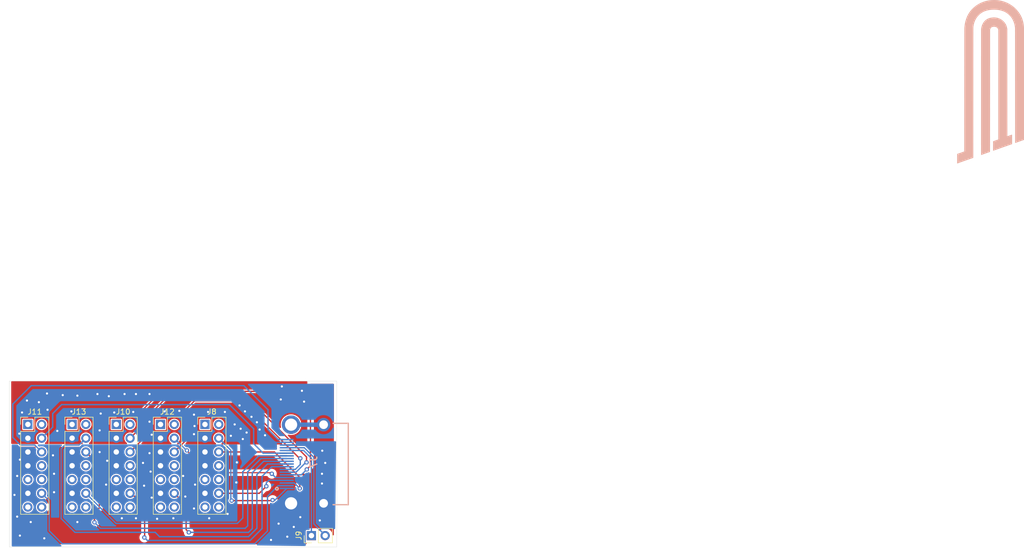
<source format=kicad_pcb>
(kicad_pcb (version 20211014) (generator pcbnew)
  (layers (0 "F.Cu" signal) (31 "B.Cu" signal) (34 "B.Paste" user) (35 "F.Paste" user) (36 "B.SilkS" user "B.Silkscreen") (37 "F.SilkS" user "F.Silkscreen") (38 "B.Mask" user) (39 "F.Mask" user) (44 "Edge.Cuts" user))
  (net 0 "")
  (net 1 "GND")
  (net 2 "+5V")
  (net 9 "/goldpin-hdmi/CAN-L")
  (net 10 "/goldpin-hdmi/SWD4")
  (net 11 "/goldpin-hdmi/CLK3")
  (net 12 "/goldpin-hdmi/SWD3")
  (net 13 "/goldpin-hdmi/CLK5")
  (net 14 "/goldpin-hdmi/SWD2")
  (net 15 "/goldpin-hdmi/RST1")
  (net 16 "/goldpin-hdmi/RST4")
  (net 17 "/goldpin-hdmi/CLK4")
  (net 18 "/goldpin-hdmi/CAN-H")
  (net 19 "/goldpin-hdmi/RST3")
  (net 20 "/goldpin-hdmi/RST5")
  (net 21 "/goldpin-hdmi/RST2")
  (net 22 "/goldpin-hdmi/CLK2")
  (net 23 "/goldpin-hdmi/SWD5")
  (net 24 "/goldpin-hdmi/CLK1")
  (net 25 "/goldpin-hdmi/SWD1")
  (footprint "Connector_PinHeader_2.54mm:PinHeader_2x07_P2.54mm_Vertical" (layer "F.Cu") (at 84.725 145)
    (fp_text reference "J8" (at 1.27 -2.33) (layer "F.SilkS"))
    (fp_text value "Conn_ST_STDC14")
    (pad "1" thru_hole rect locked (at 0 0) (size 1.7 1.7) (drill 1) (layers *.Cu *.Mask))
    (pad "2" thru_hole oval locked (at 2.54 0) (size 1.7 1.7) (drill 1) (layers *.Cu *.Mask))
    (pad "3" thru_hole oval locked (at 0 2.54) (size 1.7 1.7) (drill 1) (layers *.Cu *.Mask) (net 2 "+5V"))
    (pad "4" thru_hole oval locked (at 2.54 2.54) (size 1.7 1.7) (drill 1) (layers *.Cu *.Mask) (net 25 "/goldpin-hdmi/SWD1"))
    (pad "5" thru_hole oval locked (at 0 5.08) (size 1.7 1.7) (drill 1) (layers *.Cu *.Mask) (net 1 "GND"))
    (pad "6" thru_hole oval locked (at 2.54 5.08) (size 1.7 1.7) (drill 1) (layers *.Cu *.Mask) (net 24 "/goldpin-hdmi/CLK1"))
    (pad "7" thru_hole oval locked (at 0 7.62) (size 1.7 1.7) (drill 1) (layers *.Cu *.Mask) (net 1 "GND"))
    (pad "8" thru_hole oval locked (at 2.54 7.62) (size 1.7 1.7) (drill 1) (layers *.Cu *.Mask))
    (pad "9" thru_hole oval locked (at 0 10.16) (size 1.7 1.7) (drill 1) (layers *.Cu *.Mask))
    (pad "10" thru_hole oval locked (at 2.54 10.16) (size 1.7 1.7) (drill 1) (layers *.Cu *.Mask))
    (pad "11" thru_hole oval locked (at 0 12.7) (size 1.7 1.7) (drill 1) (layers *.Cu *.Mask) (net 1 "GND"))
    (pad "12" thru_hole oval locked (at 2.54 12.7) (size 1.7 1.7) (drill 1) (layers *.Cu *.Mask) (net 15 "/goldpin-hdmi/RST1"))
    (pad "13" thru_hole oval locked (at 0 15.24) (size 1.7 1.7) (drill 1) (layers *.Cu *.Mask))
    (pad "14" thru_hole oval locked (at 2.54 15.24) (size 1.7 1.7) (drill 1) (layers *.Cu *.Mask))
  )
  (footprint "Connector_PinHeader_2.54mm:PinHeader_1x02_P2.54mm_Vertical" (layer "F.Cu") (at 104.35 165.5 90)
    (fp_text reference "J9" (at 0 -2.33 90) (layer "F.SilkS"))
    (fp_text value "Conn_01x02")
    (pad "1" thru_hole rect locked (at 0 0 90) (size 1.7 1.7) (drill 1) (layers *.Cu *.Mask) (net 18 "/goldpin-hdmi/CAN-H"))
    (pad "2" thru_hole oval locked (at 0 2.54 90) (size 1.7 1.7) (drill 1) (layers *.Cu *.Mask) (net 9 "/goldpin-hdmi/CAN-L"))
  )
  (footprint "Connector_PinHeader_2.54mm:PinHeader_2x07_P2.54mm_Vertical" (layer "F.Cu") (at 68.375 145)
    (fp_text reference "J10" (at 1.27 -2.33) (layer "F.SilkS"))
    (fp_text value "Conn_ST_STDC14")
    (pad "1" thru_hole rect locked (at 0 0) (size 1.7 1.7) (drill 1) (layers *.Cu *.Mask))
    (pad "2" thru_hole oval locked (at 2.54 0) (size 1.7 1.7) (drill 1) (layers *.Cu *.Mask))
    (pad "3" thru_hole oval locked (at 0 2.54) (size 1.7 1.7) (drill 1) (layers *.Cu *.Mask) (net 2 "+5V"))
    (pad "4" thru_hole oval locked (at 2.54 2.54) (size 1.7 1.7) (drill 1) (layers *.Cu *.Mask) (net 14 "/goldpin-hdmi/SWD2"))
    (pad "5" thru_hole oval locked (at 0 5.08) (size 1.7 1.7) (drill 1) (layers *.Cu *.Mask) (net 1 "GND"))
    (pad "6" thru_hole oval locked (at 2.54 5.08) (size 1.7 1.7) (drill 1) (layers *.Cu *.Mask) (net 22 "/goldpin-hdmi/CLK2"))
    (pad "7" thru_hole oval locked (at 0 7.62) (size 1.7 1.7) (drill 1) (layers *.Cu *.Mask) (net 1 "GND"))
    (pad "8" thru_hole oval locked (at 2.54 7.62) (size 1.7 1.7) (drill 1) (layers *.Cu *.Mask))
    (pad "9" thru_hole oval locked (at 0 10.16) (size 1.7 1.7) (drill 1) (layers *.Cu *.Mask))
    (pad "10" thru_hole oval locked (at 2.54 10.16) (size 1.7 1.7) (drill 1) (layers *.Cu *.Mask))
    (pad "11" thru_hole oval locked (at 0 12.7) (size 1.7 1.7) (drill 1) (layers *.Cu *.Mask) (net 1 "GND"))
    (pad "12" thru_hole oval locked (at 2.54 12.7) (size 1.7 1.7) (drill 1) (layers *.Cu *.Mask) (net 21 "/goldpin-hdmi/RST2"))
    (pad "13" thru_hole oval locked (at 0 15.24) (size 1.7 1.7) (drill 1) (layers *.Cu *.Mask))
    (pad "14" thru_hole oval locked (at 2.54 15.24) (size 1.7 1.7) (drill 1) (layers *.Cu *.Mask))
  )
  (footprint "Connector_PinHeader_2.54mm:PinHeader_2x07_P2.54mm_Vertical" (layer "F.Cu") (at 52.075 145)
    (fp_text reference "J11" (at 1.27 -2.33) (layer "F.SilkS"))
    (fp_text value "Conn_ST_STDC14")
    (pad "1" thru_hole rect locked (at 0 0) (size 1.7 1.7) (drill 1) (layers *.Cu *.Mask))
    (pad "2" thru_hole oval locked (at 2.54 0) (size 1.7 1.7) (drill 1) (layers *.Cu *.Mask))
    (pad "3" thru_hole oval locked (at 0 2.54) (size 1.7 1.7) (drill 1) (layers *.Cu *.Mask) (net 2 "+5V"))
    (pad "4" thru_hole oval locked (at 2.54 2.54) (size 1.7 1.7) (drill 1) (layers *.Cu *.Mask) (net 10 "/goldpin-hdmi/SWD4"))
    (pad "5" thru_hole oval locked (at 0 5.08) (size 1.7 1.7) (drill 1) (layers *.Cu *.Mask) (net 1 "GND"))
    (pad "6" thru_hole oval locked (at 2.54 5.08) (size 1.7 1.7) (drill 1) (layers *.Cu *.Mask) (net 17 "/goldpin-hdmi/CLK4"))
    (pad "7" thru_hole oval locked (at 0 7.62) (size 1.7 1.7) (drill 1) (layers *.Cu *.Mask) (net 1 "GND"))
    (pad "8" thru_hole oval locked (at 2.54 7.62) (size 1.7 1.7) (drill 1) (layers *.Cu *.Mask))
    (pad "9" thru_hole oval locked (at 0 10.16) (size 1.7 1.7) (drill 1) (layers *.Cu *.Mask))
    (pad "10" thru_hole oval locked (at 2.54 10.16) (size 1.7 1.7) (drill 1) (layers *.Cu *.Mask))
    (pad "11" thru_hole oval locked (at 0 12.7) (size 1.7 1.7) (drill 1) (layers *.Cu *.Mask) (net 1 "GND"))
    (pad "12" thru_hole oval locked (at 2.54 12.7) (size 1.7 1.7) (drill 1) (layers *.Cu *.Mask) (net 16 "/goldpin-hdmi/RST4"))
    (pad "13" thru_hole oval locked (at 0 15.24) (size 1.7 1.7) (drill 1) (layers *.Cu *.Mask))
    (pad "14" thru_hole oval locked (at 2.54 15.24) (size 1.7 1.7) (drill 1) (layers *.Cu *.Mask))
  )
  (footprint "Connector_PinHeader_2.54mm:PinHeader_2x07_P2.54mm_Vertical" (layer "F.Cu") (at 76.525 145)
    (fp_text reference "J12" (at 1.27 -2.33) (layer "F.SilkS"))
    (fp_text value "Conn_ST_STDC14")
    (pad "1" thru_hole rect locked (at 0 0) (size 1.7 1.7) (drill 1) (layers *.Cu *.Mask))
    (pad "2" thru_hole oval locked (at 2.54 0) (size 1.7 1.7) (drill 1) (layers *.Cu *.Mask))
    (pad "3" thru_hole oval locked (at 0 2.54) (size 1.7 1.7) (drill 1) (layers *.Cu *.Mask) (net 2 "+5V"))
    (pad "4" thru_hole oval locked (at 2.54 2.54) (size 1.7 1.7) (drill 1) (layers *.Cu *.Mask) (net 23 "/goldpin-hdmi/SWD5"))
    (pad "5" thru_hole oval locked (at 0 5.08) (size 1.7 1.7) (drill 1) (layers *.Cu *.Mask) (net 1 "GND"))
    (pad "6" thru_hole oval locked (at 2.54 5.08) (size 1.7 1.7) (drill 1) (layers *.Cu *.Mask) (net 13 "/goldpin-hdmi/CLK5"))
    (pad "7" thru_hole oval locked (at 0 7.62) (size 1.7 1.7) (drill 1) (layers *.Cu *.Mask) (net 1 "GND"))
    (pad "8" thru_hole oval locked (at 2.54 7.62) (size 1.7 1.7) (drill 1) (layers *.Cu *.Mask))
    (pad "9" thru_hole oval locked (at 0 10.16) (size 1.7 1.7) (drill 1) (layers *.Cu *.Mask))
    (pad "10" thru_hole oval locked (at 2.54 10.16) (size 1.7 1.7) (drill 1) (layers *.Cu *.Mask))
    (pad "11" thru_hole oval locked (at 0 12.7) (size 1.7 1.7) (drill 1) (layers *.Cu *.Mask) (net 1 "GND"))
    (pad "12" thru_hole oval locked (at 2.54 12.7) (size 1.7 1.7) (drill 1) (layers *.Cu *.Mask) (net 20 "/goldpin-hdmi/RST5"))
    (pad "13" thru_hole oval locked (at 0 15.24) (size 1.7 1.7) (drill 1) (layers *.Cu *.Mask))
    (pad "14" thru_hole oval locked (at 2.54 15.24) (size 1.7 1.7) (drill 1) (layers *.Cu *.Mask))
  )
  (footprint "Connector_PinHeader_2.54mm:PinHeader_2x07_P2.54mm_Vertical" (layer "F.Cu") (at 60.225 145)
    (fp_text reference "J13" (at 1.27 -2.33) (layer "F.SilkS"))
    (fp_text value "Conn_ST_STDC14")
    (pad "1" thru_hole rect locked (at 0 0) (size 1.7 1.7) (drill 1) (layers *.Cu *.Mask))
    (pad "2" thru_hole oval locked (at 2.54 0) (size 1.7 1.7) (drill 1) (layers *.Cu *.Mask))
    (pad "3" thru_hole oval locked (at 0 2.54) (size 1.7 1.7) (drill 1) (layers *.Cu *.Mask) (net 2 "+5V"))
    (pad "4" thru_hole oval locked (at 2.54 2.54) (size 1.7 1.7) (drill 1) (layers *.Cu *.Mask) (net 12 "/goldpin-hdmi/SWD3"))
    (pad "5" thru_hole oval locked (at 0 5.08) (size 1.7 1.7) (drill 1) (layers *.Cu *.Mask) (net 1 "GND"))
    (pad "6" thru_hole oval locked (at 2.54 5.08) (size 1.7 1.7) (drill 1) (layers *.Cu *.Mask) (net 11 "/goldpin-hdmi/CLK3"))
    (pad "7" thru_hole oval locked (at 0 7.62) (size 1.7 1.7) (drill 1) (layers *.Cu *.Mask) (net 1 "GND"))
    (pad "8" thru_hole oval locked (at 2.54 7.62) (size 1.7 1.7) (drill 1) (layers *.Cu *.Mask))
    (pad "9" thru_hole oval locked (at 0 10.16) (size 1.7 1.7) (drill 1) (layers *.Cu *.Mask))
    (pad "10" thru_hole oval locked (at 2.54 10.16) (size 1.7 1.7) (drill 1) (layers *.Cu *.Mask))
    (pad "11" thru_hole oval locked (at 0 12.7) (size 1.7 1.7) (drill 1) (layers *.Cu *.Mask) (net 1 "GND"))
    (pad "12" thru_hole oval locked (at 2.54 12.7) (size 1.7 1.7) (drill 1) (layers *.Cu *.Mask) (net 19 "/goldpin-hdmi/RST3"))
    (pad "13" thru_hole oval locked (at 0 15.24) (size 1.7 1.7) (drill 1) (layers *.Cu *.Mask))
    (pad "14" thru_hole oval locked (at 2.54 15.24) (size 1.7 1.7) (drill 1) (layers *.Cu *.Mask))
  )
  (footprint "User_footprints:685119134923" (layer "B.Cu") (at 99 152.3 -90)
    (fp_text reference "J7" (at -0.36233 -5.76727 90) (layer "B.SilkS") (effects (font (size 1.27 1.27) (thickness 0.254)) (justify mirror)))
    (fp_text value "hdmi wurth" hide)
    (pad "1" smd rect locked (at 4.5 -0.8 270) (size 0.28 2.6) (layers "B.Cu" "B.Paste" "B.Mask") (net 25 "/goldpin-hdmi/SWD1"))
    (pad "2" smd rect locked (at 4 -0.8 270) (size 0.28 2.6) (layers "B.Cu" "B.Paste" "B.Mask") (net 16 "/goldpin-hdmi/RST4"))
    (pad "3" smd rect locked (at 3.5 -0.8 270) (size 0.28 2.6) (layers "B.Cu" "B.Paste" "B.Mask") (net 24 "/goldpin-hdmi/CLK1"))
    (pad "4" smd rect locked (at 3 -0.8 270) (size 0.28 2.6) (layers "B.Cu" "B.Paste" "B.Mask") (net 15 "/goldpin-hdmi/RST1"))
    (pad "5" smd rect locked (at 2.5 -0.8 270) (size 0.28 2.6) (layers "B.Cu" "B.Paste" "B.Mask") (net 23 "/goldpin-hdmi/SWD5"))
    (pad "6" smd rect locked (at 2 -0.8 270) (size 0.28 2.6) (layers "B.Cu" "B.Paste" "B.Mask") (net 14 "/goldpin-hdmi/SWD2"))
    (pad "7" smd rect locked (at 1.5 -0.8 270) (size 0.28 2.6) (layers "B.Cu" "B.Paste" "B.Mask") (net 22 "/goldpin-hdmi/CLK2"))
    (pad "8" smd rect locked (at 1 -0.8 270) (size 0.28 2.6) (layers "B.Cu" "B.Paste" "B.Mask") (net 13 "/goldpin-hdmi/CLK5"))
    (pad "9" smd rect locked (at 0.5 -0.8 270) (size 0.28 2.6) (layers "B.Cu" "B.Paste" "B.Mask") (net 21 "/goldpin-hdmi/RST2"))
    (pad "10" smd rect locked (at 0 -0.8 270) (size 0.28 2.6) (layers "B.Cu" "B.Paste" "B.Mask") (net 12 "/goldpin-hdmi/SWD3"))
    (pad "11" smd rect locked (at -0.5 -0.8 270) (size 0.28 2.6) (layers "B.Cu" "B.Paste" "B.Mask") (net 20 "/goldpin-hdmi/RST5"))
    (pad "12" smd rect locked (at -1 -0.8 270) (size 0.28 2.6) (layers "B.Cu" "B.Paste" "B.Mask") (net 11 "/goldpin-hdmi/CLK3"))
    (pad "13" smd rect locked (at -1.5 -0.8 270) (size 0.28 2.6) (layers "B.Cu" "B.Paste" "B.Mask") (net 19 "/goldpin-hdmi/RST3"))
    (pad "14" smd rect locked (at -2 -0.8 270) (size 0.28 2.6) (layers "B.Cu" "B.Paste" "B.Mask") (net 10 "/goldpin-hdmi/SWD4"))
    (pad "15" smd rect locked (at -2.5 -0.8 270) (size 0.28 2.6) (layers "B.Cu" "B.Paste" "B.Mask") (net 18 "/goldpin-hdmi/CAN-H"))
    (pad "16" smd rect locked (at -3 -0.8 270) (size 0.28 2.6) (layers "B.Cu" "B.Paste" "B.Mask") (net 9 "/goldpin-hdmi/CAN-L"))
    (pad "17" smd rect locked (at -3.5 -0.8 270) (size 0.28 2.6) (layers "B.Cu" "B.Paste" "B.Mask") (net 1 "GND"))
    (pad "18" smd rect locked (at -4 -0.8 270) (size 0.28 2.6) (layers "B.Cu" "B.Paste" "B.Mask") (net 2 "+5V"))
    (pad "19" smd rect locked (at -4.5 -0.8 270) (size 0.28 2.6) (layers "B.Cu" "B.Paste" "B.Mask") (net 17 "/goldpin-hdmi/CLK4"))
    (pad "20" thru_hole circle locked (at -7.25 -1.6 270) (size 3.4 3.4) (drill 2.26) (layers *.Cu *.Mask) (net 1 "GND"))
    (pad "21" thru_hole circle locked (at 7.25 -1.6 270) (size 3.4 3.4) (drill 2.26) (layers *.Cu *.Mask) (net 1 "GND"))
    (pad "22" thru_hole circle locked (at -7.25 -7.6 270) (size 2.5 2.5) (drill 1.61) (layers *.Cu *.Mask) (net 1 "GND"))
    (pad "23" thru_hole circle locked (at 7.25 -7.6 270) (size 2.5 2.5) (drill 1.61) (layers *.Cu *.Mask) (net 1 "GND"))
  )
  (footprint "User_footprints:PUTM_LOGO_35mm" (layer "B.Cu") (at 229.905872 82.743254 90)
    (fp_text reference "G***" hide)
    (fp_text value "LOGO" hide)
  )
  (gr_line (start 48.68 167.6) (end 48.68 137) (layer "Edge.Cuts") (width 0.05))
  (gr_line (start 48.68 137) (end 109 137) (layer "Edge.Cuts") (width 0.05))
  (gr_line (start 109 167.6) (end 48.68 167.6) (layer "Edge.Cuts") (width 0.05))
  (gr_line (start 109 137) (end 109 167.6) (layer "Edge.Cuts") (width 0.05))
  (via (at 49.6 158) (size 0.8) (drill 0.4) (layers "F.Cu" "B.Cu") (net 1))
  (via (at 98.3 163.3) (size 0.8) (drill 0.4) (layers "F.Cu" "B.Cu") (net 1))
  (via (at 90.6 152) (size 0.8) (drill 0.4) (layers "F.Cu" "B.Cu") (net 1))
  (via (at 90.5 155.7) (size 0.8) (drill 0.4) (layers "F.Cu" "B.Cu") (net 1))
  (via (at 81.1 158.3) (size 0.8) (drill 0.4) (layers "F.Cu" "B.Cu") (net 1))
  (via (at 82.9 156.1) (size 0.8) (drill 0.4) (layers "F.Cu" "B.Cu") (net 1))
  (via (at 50.1 162) (size 0.8) (drill 0.4) (layers "F.Cu" "B.Cu") (net 1))
  (via (at 73.3 152.1) (size 0.8) (drill 0.4) (layers "F.Cu" "B.Cu") (net 1))
  (via (at 106.9 152.1) (size 0.8) (drill 0.4) (layers "F.Cu" "B.Cu") (net 1))
  (via (at 50.6 151.5) (size 0.8) (drill 0.4) (layers "F.Cu" "B.Cu") (net 1))
  (via (at 88.9 161.5) (size 0.8) (drill 0.4) (layers "F.Cu" "B.Cu") (net 1))
  (via (at 66.5 156.1) (size 0.8) (drill 0.4) (layers "F.Cu" "B.Cu") (net 1))
  (via (at 52.6 163) (size 0.8) (drill 0.4) (layers "F.Cu" "B.Cu") (net 1))
  (via (at 56.7 150.7) (size 0.8) (drill 0.4) (layers "F.Cu" "B.Cu") (net 1))
  (via (at 74.5 150.3) (size 0.8) (drill 0.4) (layers "F.Cu" "B.Cu") (net 1))
  (via (at 106.35 149.85) (size 0.8) (drill 0.4) (layers "F.Cu" "B.Cu") (net 1))
  (via (at 72 162.3) (size 0.8) (drill 0.4) (layers "F.Cu" "B.Cu") (net 1))
  (via (at 101.1 163.9) (size 0.8) (drill 0.4) (layers "F.Cu" "B.Cu") (net 1))
  (via (at 75.9 162.4) (size 0.8) (drill 0.4) (layers "F.Cu" "B.Cu") (net 1))
  (via (at 55.1 166) (size 0.8) (drill 0.4) (layers "F.Cu" "B.Cu") (net 1))
  (via (at 65.3 150.1) (size 0.8) (drill 0.4) (layers "F.Cu" "B.Cu") (net 1))
  (via (at 61.2 163) (size 0.8) (drill 0.4) (layers "F.Cu" "B.Cu") (net 1))
  (via (at 99.9 165.7) (size 0.8) (drill 0.4) (layers "F.Cu" "B.Cu") (net 1))
  (via (at 96.9 166.3) (size 0.8) (drill 0.4) (layers "F.Cu" "B.Cu") (net 1))
  (via (at 69.4 162.3) (size 0.8) (drill 0.4) (layers "F.Cu" "B.Cu") (net 1))
  (via (at 102.3 162.1) (size 0.8) (drill 0.4) (layers "F.Cu" "B.Cu") (net 1))
  (via (at 85.5 162.3) (size 0.8) (drill 0.4) (layers "F.Cu" "B.Cu") (net 1))
  (via (at 56.9 154.1) (size 0.8) (drill 0.4) (layers "F.Cu" "B.Cu") (net 1))
  (via (at 74.9 158.5) (size 0.8) (drill 0.4) (layers "F.Cu" "B.Cu") (net 1))
  (via (at 50.6 165.5) (size 0.8) (drill 0.4) (layers "F.Cu" "B.Cu") (net 1))
  (via (at 78.9 162.3) (size 0.8) (drill 0.4) (layers "F.Cu" "B.Cu") (net 1))
  (via (at 106.3 155.9) (size 0.8) (drill 0.4) (layers "F.Cu" "B.Cu") (net 1))
  (via (at 106.3 154.1) (size 0.8) (drill 0.4) (layers "F.Cu" "B.Cu") (net 1))
  (via (at 66.7 151.7) (size 0.8) (drill 0.4) (layers "F.Cu" "B.Cu") (net 1))
  (via (at 80.7 154.5) (size 0.8) (drill 0.4) (layers "F.Cu" "B.Cu") (net 1))
  (via (at 73.5 156.3) (size 0.8) (drill 0.4) (layers "F.Cu" "B.Cu") (net 1))
  (via (at 82.7 160.5) (size 0.8) (drill 0.4) (layers "F.Cu" "B.Cu") (net 1))
  (via (at 105.9 162.7) (size 0.8) (drill 0.4) (layers "F.Cu" "B.Cu") (net 1))
  (via (at 74.7 153.7) (size 0.8) (drill 0.4) (layers "F.Cu" "B.Cu") (net 1))
  (via (at 50.1 154.5) (size 0.8) (drill 0.4) (layers "F.Cu" "B.Cu") (net 1))
  (via (at 56.9 157.5) (size 0.8) (drill 0.4) (layers "F.Cu" "B.Cu") (net 1))
  (segment (start 99.8 148.8) (end 105.3 148.8) (width 0.25) (layer "B.Cu") (net 1))
  (segment (start 100.6 145.05) (end 106.6 145.05) (width 0.8) (layer "B.Cu") (net 1))
  (segment (start 105.3 148.8) (end 106.35 149.85) (width 0.25) (layer "B.Cu") (net 1))
  (via (at 69.9 139.4) (size 0.8) (drill 0.4) (layers "F.Cu" "B.Cu") (net 2))
  (via (at 93.3 143.6) (size 0.8) (drill 0.4) (layers "F.Cu" "B.Cu") (net 2))
  (via (at 50.5 146.7) (size 0.8) (drill 0.4) (layers "F.Cu" "B.Cu") (net 2))
  (via (at 94.3 144.6) (size 0.8) (drill 0.4) (layers "F.Cu" "B.Cu") (net 2))
  (via (at 82.8 145.3) (size 0.8) (drill 0.4) (layers "F.Cu" "B.Cu") (net 2))
  (via (at 77.3 142.6) (size 0.8) (drill 0.4) (layers "F.Cu" "B.Cu") (net 2))
  (via (at 64.9 139.4) (size 0.8) (drill 0.4) (layers "F.Cu" "B.Cu") (net 2))
  (via (at 91.7 147.7) (size 0.8) (drill 0.4) (layers "F.Cu" "B.Cu") (net 2))
  (via (at 54.1 140.9) (size 0.8) (drill 0.4) (layers "F.Cu" "B.Cu") (net 2))
  (via (at 51 142.8) (size 0.8) (drill 0.4) (layers "F.Cu" "B.Cu") (net 2))
  (via (at 94.8 145.95) (size 0.8) (drill 0.4) (layers "F.Cu" "B.Cu") (net 2))
  (via (at 51.9 140.6) (size 0.8) (drill 0.4) (layers "F.Cu" "B.Cu") (net 2))
  (via (at 98.7 140.4) (size 0.8) (drill 0.4) (layers "F.Cu" "B.Cu") (net 2))
  (via (at 82.7 143.2) (size 0.8) (drill 0.4) (layers "F.Cu" "B.Cu") (net 2))
  (via (at 95.8 147) (size 0.8) (drill 0.4) (layers "F.Cu" "B.Cu") (net 2))
  (via (at 61.2 139.7) (size 0.8) (drill 0.4) (layers "F.Cu" "B.Cu") (net 2))
  (via (at 91.3 145.8) (size 0.8) (drill 0.4) (layers "F.Cu" "B.Cu") (net 2))
  (via (at 74.5 144.5) (size 0.8) (drill 0.4) (layers "F.Cu" "B.Cu") (net 2))
  (via (at 85.3 142.7) (size 0.8) (drill 0.4) (layers "F.Cu" "B.Cu") (net 2))
  (via (at 88.4 142.7) (size 0.8) (drill 0.4) (layers "F.Cu" "B.Cu") (net 2))
  (via (at 90.2 145) (size 0.8) (drill 0.4) (layers "F.Cu" "B.Cu") (net 2))
  (via (at 57.5 146.2) (size 0.8) (drill 0.4) (layers "F.Cu" "B.Cu") (net 2))
  (via (at 82.7 146.8) (size 0.8) (drill 0.4) (layers "F.Cu" "B.Cu") (net 2))
  (via (at 58.5 139.6) (size 0.8) (drill 0.4) (layers "F.Cu" "B.Cu") (net 2))
  (via (at 72 139.4) (size 0.8) (drill 0.4) (layers "F.Cu" "B.Cu") (net 2))
  (via (at 55.7 142.3) (size 0.8) (drill 0.4) (layers "F.Cu" "B.Cu") (net 2))
  (via (at 92.1 142.6) (size 0.8) (drill 0.4) (layers "F.Cu" "B.Cu") (net 2))
  (via (at 74.9 146.9) (size 0.8) (drill 0.4) (layers "F.Cu" "B.Cu") (net 2))
  (via (at 55.6 139.3) (size 0.8) (drill 0.4) (layers "F.Cu" "B.Cu") (net 2))
  (via (at 65.5 143) (size 0.8) (drill 0.4) (layers "F.Cu" "B.Cu") (net 2))
  (via (at 60.1 142.6) (size 0.8) (drill 0.4) (layers "F.Cu" "B.Cu") (net 2))
  (via (at 67 139.8) (size 0.8) (drill 0.4) (layers "F.Cu" "B.Cu") (net 2))
  (via (at 71.5 142.7) (size 0.8) (drill 0.4) (layers "F.Cu" "B.Cu") (net 2))
  (via (at 102.6 138.8) (size 0.8) (drill 0.4) (layers "F.Cu" "B.Cu") (net 2))
  (via (at 98.9 138) (size 0.8) (drill 0.4) (layers "F.Cu" "B.Cu") (net 2))
  (via (at 80 142.5) (size 0.8) (drill 0.4) (layers "F.Cu" "B.Cu") (net 2))
  (via (at 92.4 146.5) (size 0.8) (drill 0.4) (layers "F.Cu" "B.Cu") (net 2))
  (via (at 91.1 141.5) (size 0.8) (drill 0.4) (layers "F.Cu" "B.Cu") (net 2))
  (via (at 89.5 147.1) (size 0.8) (drill 0.4) (layers "F.Cu" "B.Cu") (net 2))
  (via (at 65.3 146.1) (size 0.8) (drill 0.4) (layers "F.Cu" "B.Cu") (net 2))
  (via (at 68 142.8) (size 0.8) (drill 0.4) (layers "F.Cu" "B.Cu") (net 2))
  (via (at 103 140.8) (size 0.8) (drill 0.4) (layers "F.Cu" "B.Cu") (net 2))
  (via (at 74.5 139.4) (size 0.8) (drill 0.4) (layers "F.Cu" "B.Cu") (net 2))
  (segment (start 95.8 147) (end 97.07548 148.27548) (width 0.4) (layer "B.Cu") (net 2))
  (segment (start 97.32548 148.27548) (end 97.6 148.27548) (width 0.4) (layer "B.Cu") (net 2))
  (segment (start 94.8 146) (end 95.8 147) (width 0.4) (layer "B.Cu") (net 2))
  (segment (start 99.8 148.3) (end 97.35 148.3) (width 0.2) (layer "B.Cu") (net 2))
  (segment (start 97.35 148.3) (end 97.32548 148.27548) (width 0.2) (layer "B.Cu") (net 2))
  (segment (start 97.07548 148.27548) (end 97.32548 148.27548) (width 0.4) (layer "B.Cu") (net 2))
  (segment (start 52.075 147.54) (end 52.075 148.15) (width 0.25) (layer "B.Cu") (net 2))
  (segment (start 94.8 145.95) (end 94.8 146) (width 0.25) (layer "B.Cu") (net 2))
  (segment (start 106.89 165.44) (end 106.89 165.5) (width 0.25) (layer "B.Cu") (net 9))
  (segment (start 99.8 149.3) (end 103.035718 149.3) (width 0.25) (layer "B.Cu") (net 9))
  (segment (start 103.035718 149.3) (end 104.8 151.064282) (width 0.25) (layer "B.Cu") (net 9))
  (segment (start 104.8 151.064282) (end 104.8 163.35) (width 0.25) (layer "B.Cu") (net 9))
  (segment (start 104.8 163.35) (end 106.89 165.44) (width 0.25) (layer "B.Cu") (net 9))
  (segment (start 99.8 150.3) (end 95.45 150.3) (width 0.25) (layer "B.Cu") (net 10))
  (segment (start 56.65 145.505) (end 54.615 147.54) (width 0.25) (layer "B.Cu") (net 10))
  (segment (start 93.7 145.8) (end 89.25 141.35) (width 0.25) (layer "B.Cu") (net 10))
  (segment (start 95.45 150.3) (end 93.7 148.55) (width 0.25) (layer "B.Cu") (net 10))
  (segment (start 89.25 141.35) (end 58.3 141.35) (width 0.25) (layer "B.Cu") (net 10))
  (segment (start 93.7 148.55) (end 93.7 145.8) (width 0.25) (layer "B.Cu") (net 10))
  (segment (start 56.65 143) (end 56.65 145.505) (width 0.25) (layer "B.Cu") (net 10))
  (segment (start 58.3 141.35) (end 56.65 143) (width 0.25) (layer "B.Cu") (net 10))
  (segment (start 65.0425 152.3575) (end 62.765 150.08) (width 0.25) (layer "F.Cu") (net 11))
  (segment (start 64.35 161.3) (end 65.25 160.4) (width 0.25) (layer "F.Cu") (net 11))
  (segment (start 64.35 163.05) (end 64.35 161.3) (width 0.25) (layer "F.Cu") (net 11))
  (segment (start 65.25 152.565) (end 65.0425 152.3575) (width 0.25) (layer "F.Cu") (net 11))
  (segment (start 65.25 160.4) (end 65.25 152.565) (width 0.25) (layer "F.Cu") (net 11))
  (via (at 64.35 163.05) (size 0.8) (drill 0.4) (layers "F.Cu" "B.Cu") (net 11))
  (segment (start 64.35 163.05) (end 65.45 164.15) (width 0.25) (layer "B.Cu") (net 11))
  (segment (start 92.6 153.75) (end 95.05 151.3) (width 0.25) (layer "B.Cu") (net 11))
  (segment (start 92.6 163.7) (end 92.6 153.75) (width 0.25) (layer "B.Cu") (net 11))
  (segment (start 95.05 151.3) (end 99.8 151.3) (width 0.25) (layer "B.Cu") (net 11))
  (segment (start 92.15 164.15) (end 92.6 163.7) (width 0.25) (layer "B.Cu") (net 11))
  (segment (start 65.45 164.15) (end 92.15 164.15) (width 0.25) (layer "B.Cu") (net 11))
  (segment (start 60.75 164.9) (end 58.2 162.35) (width 0.25) (layer "B.Cu") (net 12))
  (segment (start 94.3 164.15) (end 92.75 165.7) (width 0.25) (layer "B.Cu") (net 12))
  (segment (start 75.55 164.9) (end 60.75 164.9) (width 0.25) (layer "B.Cu") (net 12))
  (segment (start 96.25 152.3) (end 94.3 154.25) (width 0.25) (layer "B.Cu") (net 12))
  (segment (start 94.3 154.25) (end 94.3 164.15) (width 0.25) (layer "B.Cu") (net 12))
  (segment (start 76.35 165.7) (end 75.55 164.9) (width 0.25) (layer "B.Cu") (net 12))
  (segment (start 58.2 162.35) (end 58.2 149.5) (width 0.25) (layer "B.Cu") (net 12))
  (segment (start 58.2 149.5) (end 58.9 148.8) (width 0.25) (layer "B.Cu") (net 12))
  (segment (start 99.8 152.3) (end 96.25 152.3) (width 0.25) (layer "B.Cu") (net 12))
  (segment (start 92.75 165.7) (end 76.35 165.7) (width 0.25) (layer "B.Cu") (net 12))
  (segment (start 58.9 148.8) (end 61.505 148.8) (width 0.25) (layer "B.Cu") (net 12))
  (segment (start 61.505 148.8) (end 62.765 147.54) (width 0.25) (layer "B.Cu") (net 12))
  (segment (start 81.4 147.745) (end 79.065 150.08) (width 0.25) (layer "F.Cu") (net 13))
  (segment (start 81.4 142.05) (end 81.4 147.745) (width 0.25) (layer "F.Cu") (net 13))
  (segment (start 102.15 151.25) (end 91.55 140.65) (width 0.25) (layer "F.Cu") (net 13))
  (segment (start 82.8 140.65) (end 81.4 142.05) (width 0.25) (layer "F.Cu") (net 13))
  (segment (start 91.55 140.65) (end 82.8 140.65) (width 0.25) (layer "F.Cu") (net 13))
  (segment (start 102.3 151.25) (end 102.15 151.25) (width 0.25) (layer "F.Cu") (net 13))
  (via (at 102.3 151.25) (size 0.8) (drill 0.4) (layers "F.Cu" "B.Cu") (net 13))
  (segment (start 102.3 152.389022) (end 101.389022 153.3) (width 0.25) (layer "B.Cu") (net 13))
  (segment (start 102.3 151.25) (end 102.3 152.389022) (width 0.25) (layer "B.Cu") (net 13))
  (segment (start 101.389022 153.3) (end 99.8 153.3) (width 0.25) (layer "B.Cu") (net 13))
  (segment (start 72.65 145.805) (end 70.915 147.54) (width 0.25) (layer "F.Cu") (net 14))
  (segment (start 104.174511 152.625489) (end 104.174511 143.874511) (width 0.25) (layer "F.Cu") (net 14))
  (segment (start 96.1 138.9) (end 76.65 138.9) (width 0.25) (layer "F.Cu") (net 14))
  (segment (start 103.5 153.3) (end 104.174511 152.625489) (width 0.25) (layer "F.Cu") (net 14))
  (segment (start 104.174511 143.874511) (end 99.2 138.9) (width 0.25) (layer "F.Cu") (net 14))
  (segment (start 72.65 142.9) (end 72.65 145.805) (width 0.25) (layer "F.Cu") (net 14))
  (segment (start 99.2 138.9) (end 96.1 138.9) (width 0.25) (layer "F.Cu") (net 14))
  (segment (start 76.65 138.9) (end 72.65 142.9) (width 0.25) (layer "F.Cu") (net 14))
  (via (at 103.5 153.3) (size 0.8) (drill 0.4) (layers "F.Cu" "B.Cu") (net 14))
  (segment (start 103.5 153.3) (end 102.5 154.3) (width 0.25) (layer "B.Cu") (net 14))
  (segment (start 102.5 154.3) (end 99.8 154.3) (width 0.25) (layer "B.Cu") (net 14))
  (segment (start 96.040919 156.4) (end 94.740919 157.7) (width 0.25) (layer "F.Cu") (net 15))
  (segment (start 94.740919 157.7) (end 87.265 157.7) (width 0.25) (layer "F.Cu") (net 15))
  (via (at 96.040919 156.4) (size 0.8) (drill 0.4) (layers "F.Cu" "B.Cu") (net 15))
  (segment (start 96.040919 156.4) (end 96.040919 155.759081) (width 0.25) (layer "B.Cu") (net 15))
  (segment (start 96.040919 155.759081) (end 96.5 155.3) (width 0.25) (layer "B.Cu") (net 15))
  (segment (start 96.5 155.3) (end 99.8 155.3) (width 0.25) (layer "B.Cu") (net 15))
  (segment (start 96.25 158.260978) (end 96.25 164.65) (width 0.25) (layer "B.Cu") (net 16))
  (segment (start 56 159.085) (end 54.615 157.7) (width 0.25) (layer "B.Cu") (net 16))
  (segment (start 98.210978 156.3) (end 96.25 158.260978) (width 0.25) (layer "B.Cu") (net 16))
  (segment (start 93.9 167) (end 58.4 167) (width 0.25) (layer "B.Cu") (net 16))
  (segment (start 58.4 167) (end 56 164.6) (width 0.25) (layer "B.Cu") (net 16))
  (segment (start 99.8 156.3) (end 98.210978 156.3) (width 0.25) (layer "B.Cu") (net 16))
  (segment (start 96.25 164.65) (end 93.9 167) (width 0.25) (layer "B.Cu") (net 16))
  (segment (start 56 164.6) (end 56 159.085) (width 0.25) (layer "B.Cu") (net 16))
  (segment (start 91.9 137.85) (end 52.7 137.85) (width 0.25) (layer "B.Cu") (net 17))
  (segment (start 53.335 148.8) (end 54.615 150.08) (width 0.25) (layer "B.Cu") (net 17))
  (segment (start 96.35 145.939022) (end 96.35 142.3) (width 0.25) (layer "B.Cu") (net 17))
  (segment (start 52.7 137.85) (end 49.3 141.25) (width 0.25) (layer "B.Cu") (net 17))
  (segment (start 99.8 147.8) (end 98.210978 147.8) (width 0.25) (layer "B.Cu") (net 17))
  (segment (start 49.3 147.4) (end 50.7 148.8) (width 0.25) (layer "B.Cu") (net 17))
  (segment (start 96.35 142.3) (end 91.9 137.85) (width 0.25) (layer "B.Cu") (net 17))
  (segment (start 49.3 141.25) (end 49.3 147.4) (width 0.25) (layer "B.Cu") (net 17))
  (segment (start 98.210978 147.8) (end 96.35 145.939022) (width 0.25) (layer "B.Cu") (net 17))
  (segment (start 50.7 148.8) (end 53.335 148.8) (width 0.25) (layer "B.Cu") (net 17))
  (segment (start 104.35 151.25) (end 102.9 149.8) (width 0.25) (layer "B.Cu") (net 18))
  (segment (start 104.35 165.5) (end 104.35 151.25) (width 0.25) (layer "B.Cu") (net 18))
  (segment (start 102.9 149.8) (end 99.8 149.8) (width 0.25) (layer "B.Cu") (net 18))
  (segment (start 94.614282 150.8) (end 91.7 153.714282) (width 0.25) (layer "B.Cu") (net 19))
  (segment (start 91.7 153.714282) (end 91.7 162.25) (width 0.25) (layer "B.Cu") (net 19))
  (segment (start 90.69904 163.25096) (end 68.31596 163.25096) (width 0.25) (layer "B.Cu") (net 19))
  (segment (start 99.8 150.8) (end 94.614282 150.8) (width 0.25) (layer "B.Cu") (net 19))
  (segment (start 91.7 162.25) (end 90.69904 163.25096) (width 0.25) (layer "B.Cu") (net 19))
  (segment (start 66.8325 161.7675) (end 62.765 157.7) (width 0.25) (layer "B.Cu") (net 19))
  (segment (start 68.31596 163.25096) (end 66.8325 161.7675) (width 0.25) (layer "B.Cu") (net 19))
  (segment (start 81.25 159.885) (end 79.065 157.7) (width 0.25) (layer "F.Cu") (net 20))
  (segment (start 81.25 164.4) (end 81.25 159.885) (width 0.25) (layer "F.Cu") (net 20))
  (segment (start 81.75 164.9) (end 81.25 164.4) (width 0.25) (layer "F.Cu") (net 20))
  (via (at 81.75 164.9) (size 0.8) (drill 0.4) (layers "F.Cu" "B.Cu") (net 20))
  (segment (start 92.75 164.9) (end 93.45 164.2) (width 0.25) (layer "B.Cu") (net 20))
  (segment (start 81.75 164.9) (end 92.75 164.9) (width 0.25) (layer "B.Cu") (net 20))
  (segment (start 93.45 153.9) (end 95.55 151.8) (width 0.25) (layer "B.Cu") (net 20))
  (segment (start 93.45 164.2) (end 93.45 153.9) (width 0.25) (layer "B.Cu") (net 20))
  (segment (start 95.55 151.8) (end 99.8 151.8) (width 0.25) (layer "B.Cu") (net 20))
  (segment (start 73.55 165.85) (end 73.6 165.8) (width 0.25) (layer "F.Cu") (net 21))
  (segment (start 73.6 160.15) (end 71.15 157.7) (width 0.25) (layer "F.Cu") (net 21))
  (segment (start 73.6 165.8) (end 73.6 160.15) (width 0.25) (layer "F.Cu") (net 21))
  (segment (start 71.15 157.7) (end 70.915 157.7) (width 0.25) (layer "F.Cu") (net 21))
  (via (at 73.55 165.85) (size 0.8) (drill 0.4) (layers "F.Cu" "B.Cu") (net 21))
  (segment (start 93.05 166.4) (end 95.25 164.2) (width 0.25) (layer "B.Cu") (net 21))
  (segment (start 73.55 165.85) (end 74.1 166.4) (width 0.25) (layer "B.Cu") (net 21))
  (segment (start 95.25 164.2) (end 95.25 154.585718) (width 0.25) (layer "B.Cu") (net 21))
  (segment (start 74.1 166.4) (end 93.05 166.4) (width 0.25) (layer "B.Cu") (net 21))
  (segment (start 97.035718 152.8) (end 99.8 152.8) (width 0.25) (layer "B.Cu") (net 21))
  (segment (start 95.25 154.585718) (end 97.035718 152.8) (width 0.25) (layer "B.Cu") (net 21))
  (segment (start 73.55 144.15) (end 73.55 147.445) (width 0.25) (layer "F.Cu") (net 22))
  (segment (start 103.450011 151.000011) (end 92.3 139.85) (width 0.25) (layer "F.Cu") (net 22))
  (segment (start 77.85 139.85) (end 73.55 144.15) (width 0.25) (layer "F.Cu") (net 22))
  (segment (start 103.450011 152) (end 103.450011 151.000011) (width 0.25) (layer "F.Cu") (net 22))
  (segment (start 92.3 139.85) (end 77.85 139.85) (width 0.25) (layer "F.Cu") (net 22))
  (segment (start 73.55 147.445) (end 70.915 150.08) (width 0.25) (layer "F.Cu") (net 22))
  (via (at 103.450011 152) (size 0.8) (drill 0.4) (layers "F.Cu" "B.Cu") (net 22))
  (segment (start 101.52474 153.8) (end 99.8 153.8) (width 0.25) (layer "B.Cu") (net 22))
  (segment (start 103.32474 152) (end 101.52474 153.8) (width 0.25) (layer "B.Cu") (net 22))
  (segment (start 103.450011 152) (end 103.32474 152) (width 0.25) (layer "B.Cu") (net 22))
  (segment (start 96.85 153.9) (end 83.65 153.9) (width 0.2) (layer "F.Cu") (net 23))
  (segment (start 81.4 149.85) (end 82.7 151.15) (width 0.22) (layer "F.Cu") (net 23))
  (segment (start 82.7 152.3) (end 82.7 151.15) (width 0.2) (layer "F.Cu") (net 23))
  (segment (start 83.65 153.9) (end 82.7 152.95) (width 0.2) (layer "F.Cu") (net 23))
  (segment (start 81.4 149.8) (end 81.4 149.85) (width 0.25) (layer "F.Cu") (net 23))
  (segment (start 96.85 153.9) (end 97.05 154.1) (width 0.25) (layer "F.Cu") (net 23))
  (segment (start 82.7 152.95) (end 82.7 152.3) (width 0.2) (layer "F.Cu") (net 23))
  (via (at 81.4 149.8) (size 0.8) (drill 0.4) (layers "F.Cu" "B.Cu") (net 23))
  (via (at 97.05 154.1) (size 0.8) (drill 0.4) (layers "F.Cu" "B.Cu") (net 23))
  (segment (start 81.325 149.8) (end 79.065 147.54) (width 0.25) (layer "B.Cu") (net 23))
  (segment (start 81.4 149.8) (end 81.325 149.8) (width 0.25) (layer "B.Cu") (net 23))
  (segment (start 99.8 154.8) (end 97.75 154.8) (width 0.25) (layer "B.Cu") (net 23))
  (segment (start 97.75 154.8) (end 97.05 154.1) (width 0.25) (layer "B.Cu") (net 23))
  (segment (start 102.2 156.8) (end 102.2 154.75) (width 0.25) (layer "F.Cu") (net 24))
  (segment (start 97.53 150.08) (end 87.265 150.08) (width 0.25) (layer "F.Cu") (net 24))
  (segment (start 102.2 154.75) (end 97.53 150.08) (width 0.25) (layer "F.Cu") (net 24))
  (via (at 102.2 156.8) (size 0.8) (drill 0.4) (layers "F.Cu" "B.Cu") (net 24))
  (segment (start 101.2 155.8) (end 99.8 155.8) (width 0.25) (layer "B.Cu") (net 24))
  (segment (start 102.2 156.8) (end 101.2 155.8) (width 0.25) (layer "B.Cu") (net 24))
  (segment (start 89.65 159.05) (end 97.1 159.05) (width 0.25) (layer "F.Cu") (net 25))
  (segment (start 97.1 159.05) (end 97.2 158.95) (width 0.25) (layer "F.Cu") (net 25))
  (via (at 97.2 158.95) (size 0.8) (drill 0.4) (layers "F.Cu" "B.Cu") (net 25))
  (via (at 89.65 159.05) (size 0.8) (drill 0.4) (layers "F.Cu" "B.Cu") (net 25))
  (segment (start 89.65 159.05) (end 89.5 158.9) (width 0.25) (layer "B.Cu") (net 25))
  (segment (start 89.5 149.775) (end 87.265 147.54) (width 0.25) (layer "B.Cu") (net 25))
  (segment (start 97.2 158.95) (end 97.65 158.95) (width 0.25) (layer "B.Cu") (net 25))
  (segment (start 97.65 158.95) (end 99.8 156.8) (width 0.25) (layer "B.Cu") (net 25))
  (segment (start 89.5 158.9) (end 89.5 149.775) (width 0.25) (layer "B.Cu") (net 25))
  (zone (net 1) (net_name "GND") (layer "F.Cu") (connect_pads yes (clearance 0.508)) (min_thickness 0.254) (fill yes (thermal_gap 0.508) (thermal_bridge_width 0.508))
    (polygon (pts (xy 108.5 167.5) (xy 49 167.5) (xy 49 137) (xy 108.5 137)))
  )
  (zone (net 2) (net_name "+5V") (layer "F.Cu") (priority 1) (connect_pads yes (clearance 0)) (min_thickness 0.254) (fill yes (thermal_gap 0.508) (thermal_bridge_width 0.508))
    (polygon (pts (xy 103.6 142.5) (xy 103.6 148.7) (xy 98.1 148.7) (xy 49 148.6) (xy 49 137) (xy 103.6 137)))
  )
  (zone (net 0) (net_name "") (layer "F.Cu") (connect_pads yes (clearance 0)) (min_thickness 0.254)
    (keepout (tracks allowed) (vias allowed) (pads allowed) (copperpour not_allowed) (footprints allowed))
    (fill (thermal_gap 0.508) (thermal_bridge_width 0.508))
    (polygon (pts (xy 95.7 148.7) (xy 99.277613 148.752022) (xy 103.4 153) (xy 102.677613 154.252022) (xy 98 149.8) (xy 90.9 149.7) (xy 88.4 149.7) (xy 88.2 148.8) (xy 94.7 148.7) (xy 95.1 148.7)))
  )
  (zone (net 2) (net_name "+5V") (layer "B.Cu") (connect_pads yes (clearance 0.508)) (min_thickness 0.254) (fill yes (thermal_gap 0.508) (thermal_bridge_width 0.508) (island_removal_mode 2) (island_area_min 0))
    (polygon (pts (xy 108.5 167.5) (xy 49 167.5) (xy 49 137) (xy 108.5 137)))
  )
  (zone (net 0) (net_name "") (layer "B.Cu") (connect_pads (clearance 0)) (min_thickness 0.254)
    (keepout (tracks not_allowed) (vias not_allowed) (pads not_allowed) (copperpour not_allowed) (footprints allowed))
    (fill (thermal_gap 0.508) (thermal_bridge_width 0.508))
    (polygon (pts (xy 49 140.95) (xy 49 137.4) (xy 52.9 137.4)))
  )
  (zone (net 0) (net_name "") (layer "B.Cu") (connect_pads (clearance 0)) (min_thickness 0.254)
    (keepout (tracks not_allowed) (vias not_allowed) (pads not_allowed) (copperpour not_allowed) (footprints allowed))
    (fill (thermal_gap 0.508) (thermal_bridge_width 0.508))
    (polygon (pts (xy 81.1 165.15) (xy 77.65 165.3) (xy 76.5 165.15) (xy 76.25 164.6) (xy 81.05 164.6)))
  )
  (zone (net 1) (net_name "GND") (layer "B.Cu") (priority 1) (connect_pads yes (clearance 0)) (min_thickness 0.254) (fill yes (thermal_gap 0.508) (thermal_bridge_width 0.508))
    (polygon (pts (xy 108.7 167.5) (xy 94.1 167.3) (xy 96.7 164.7) (xy 96.7 159.5) (xy 101.5 152.7) (xy 101.5 148.1) (xy 108.9 148.1)))
  )
  (zone (net 0) (net_name "") (layer "B.Cu") (connect_pads (clearance 0)) (min_thickness 0.254)
    (keepout (tracks not_allowed) (vias not_allowed) (pads not_allowed) (copperpour not_allowed) (footprints allowed))
    (fill (thermal_gap 0.508) (thermal_bridge_width 0.508))
    (polygon (pts (xy 92.2 162.9) (xy 92.25 163.15) (xy 92.25 163.45) (xy 91.95 163.7) (xy 91.65 163.75) (xy 91.15 163.5) (xy 91.75 162.85) (xy 91.95 162.8)))
  )
  (zone (net 0) (net_name "") (layer "B.Cu") (connect_pads (clearance 0)) (min_thickness 0.254)
    (keepout (tracks not_allowed) (vias not_allowed) (pads not_allowed) (copperpour not_allowed) (footprints allowed))
    (fill (thermal_gap 0.508) (thermal_bridge_width 0.508))
    (polygon (pts (xy 58.45 163.15) (xy 60.6 165.35) (xy 72.2 165.25) (xy 72.85 165.5) (xy 73.05 165.9) (xy 72.9 166.4) (xy 71.6 166.55) (xy 68.3 166.6) (xy 63.3 166.5) (xy 58.55 166.55) (xy 56.65 164.75) (xy 56.35 164.2) (xy 56.45 163.35) (xy 56.35 162.2) (xy 57.85 162.2)))
  )
  (zone (net 0) (net_name "") (layer "B.Cu") (connect_pads (clearance 0)) (min_thickness 0.254)
    (keepout (tracks allowed) (vias allowed) (pads allowed) (copperpour not_allowed) (footprints allowed))
    (fill (thermal_gap 0.508) (thermal_bridge_width 0.508))
    (polygon (pts (xy 108.7 164.3) (xy 108.65 165.4) (xy 108.6 167.5) (xy 106.3 167.5) (xy 103.3 167.5) (xy 103.3 166.3) (xy 105.9 166.35) (xy 106.1 166.45) (xy 106.25 166.55) (xy 106.45 166.6) (xy 107.5 166.6) (xy 107.6 166.55) (xy 108.15 165.7) (xy 108.15 165.35) (xy 107.95 164.9) (xy 107.542535 164.504131) (xy 106.092535 164.3)))
  )
  (zone (net 1) (net_name "GND") (layer "B.Cu") (priority 1) (connect_pads yes (clearance 0)) (min_thickness 0.254) (fill yes (thermal_gap 0.508) (thermal_bridge_width 0.508))
    (polygon (pts (xy 90.7 167.5) (xy 49.1 167.5) (xy 49.1 148.7) (xy 90.7 148.7)))
  )
)
</source>
